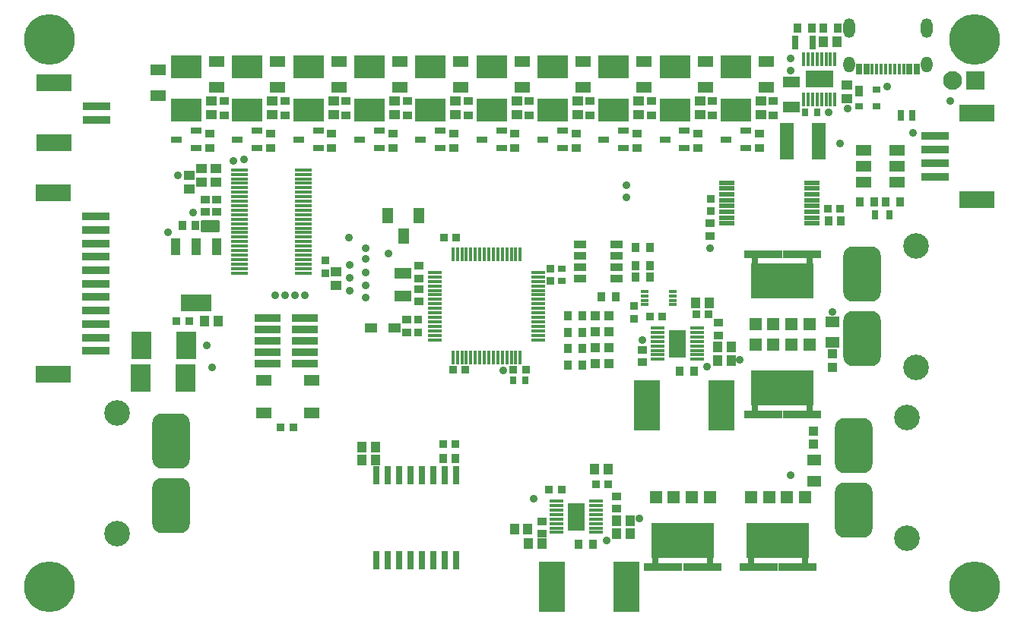
<source format=gts>
G04*
G04 #@! TF.GenerationSoftware,Altium Limited,Altium Designer,25.5.2 (35)*
G04*
G04 Layer_Color=8388736*
%FSLAX44Y44*%
%MOMM*%
G71*
G04*
G04 #@! TF.SameCoordinates,ED351411-2A85-4CB6-B36D-2EDF8201A488*
G04*
G04*
G04 #@! TF.FilePolarity,Negative*
G04*
G01*
G75*
%ADD48R,1.4000X1.0000*%
%ADD70R,0.9000X1.4000*%
%ADD71R,1.1500X1.0000*%
%ADD72R,0.9500X1.1000*%
%ADD73R,0.8500X0.8500*%
%ADD74R,0.9300X1.1400*%
%ADD75R,0.8500X0.8500*%
%ADD76R,2.1700X3.1000*%
%ADD77R,1.9700X1.2200*%
%ADD78R,1.1400X0.9300*%
%ADD79R,0.8000X0.8500*%
%ADD80R,0.8500X0.8000*%
%ADD81R,0.8000X2.1000*%
%ADD82R,3.0500X0.9500*%
%ADD83R,1.1000X1.1000*%
%ADD84R,1.0000X1.1500*%
%ADD85R,1.7500X1.2500*%
%ADD86R,1.1500X1.7500*%
%ADD87R,0.7700X1.6200*%
%ADD88R,2.9400X0.8900*%
%ADD89R,1.9000X0.4000*%
%ADD90R,1.5250X0.4000*%
%ADD91R,1.9030X3.0970*%
%ADD92R,0.4000X1.5250*%
%ADD93R,3.0970X1.9030*%
%ADD94R,0.4000X1.5750*%
%ADD95R,1.5750X0.4000*%
%ADD96R,0.9500X0.4000*%
%ADD97R,1.8000X0.5500*%
%ADD98R,0.7000X1.1500*%
%ADD99R,0.6900X1.0900*%
%ADD100R,1.7500X1.1500*%
%ADD101R,1.6500X4.1500*%
%ADD102R,3.4500X2.6000*%
%ADD103R,1.4200X0.9100*%
%ADD104R,1.5500X1.3000*%
%ADD105R,0.7000X1.2500*%
%ADD106R,0.4000X1.2500*%
%ADD107R,1.4300X1.4500*%
%ADD108R,0.6840X0.8400*%
%ADD109R,4.2000X0.8500*%
%ADD110R,6.9700X4.0000*%
%ADD111R,3.9500X1.9500*%
%ADD112R,2.8500X5.6000*%
%ADD113R,1.1000X1.1000*%
%ADD114R,1.1000X0.9500*%
%ADD115R,1.2000X0.7500*%
G04:AMPARAMS|DCode=116|XSize=1.4mm|YSize=0.7mm|CornerRadius=0.225mm|HoleSize=0mm|Usage=FLASHONLY|Rotation=90.000|XOffset=0mm|YOffset=0mm|HoleType=Round|Shape=RoundedRectangle|*
%AMROUNDEDRECTD116*
21,1,1.4000,0.2500,0,0,90.0*
21,1,0.9500,0.7000,0,0,90.0*
1,1,0.4500,0.1250,0.4750*
1,1,0.4500,0.1250,-0.4750*
1,1,0.4500,-0.1250,-0.4750*
1,1,0.4500,-0.1250,0.4750*
%
%ADD116ROUNDEDRECTD116*%
%ADD117R,1.8200X1.2500*%
%ADD118R,0.8500X0.7500*%
%ADD119R,0.8500X1.1500*%
%ADD120R,1.9500X1.1500*%
%ADD121R,3.3500X1.9000*%
%ADD122R,1.1000X1.9000*%
%ADD123C,0.9000*%
%ADD124R,2.1000X2.1000*%
%ADD125C,2.1000*%
%ADD126O,1.3000X1.8000*%
%ADD127O,1.3000X2.2000*%
%ADD128C,2.8500*%
G04:AMPARAMS|DCode=129|XSize=6.15mm|YSize=4.2mm|CornerRadius=1.0875mm|HoleSize=0mm|Usage=FLASHONLY|Rotation=270.000|XOffset=0mm|YOffset=0mm|HoleType=Round|Shape=RoundedRectangle|*
%AMROUNDEDRECTD129*
21,1,6.1500,2.0250,0,0,270.0*
21,1,3.9750,4.2000,0,0,270.0*
1,1,2.1750,-1.0125,-1.9875*
1,1,2.1750,-1.0125,1.9875*
1,1,2.1750,1.0125,1.9875*
1,1,2.1750,1.0125,-1.9875*
%
%ADD129ROUNDEDRECTD129*%
%ADD130C,5.6500*%
G36*
X220881Y443993D02*
X221009Y443968D01*
X221133Y443926D01*
X221251Y443868D01*
X221360Y443795D01*
X221459Y443709D01*
X221545Y443610D01*
X221618Y443501D01*
X221676Y443383D01*
X221718Y443259D01*
X221744Y443131D01*
X221752Y443000D01*
Y431000D01*
X221744Y430869D01*
X221718Y430741D01*
X221676Y430616D01*
X221618Y430499D01*
X221545Y430390D01*
X221459Y430291D01*
X221360Y430205D01*
X221251Y430132D01*
X221133Y430074D01*
X221009Y430032D01*
X220881Y430006D01*
X220750Y429998D01*
X217750D01*
X217619Y430006D01*
X217491Y430032D01*
X217367Y430074D01*
X217249Y430132D01*
X217140Y430205D01*
X217041Y430291D01*
X211041Y436291D01*
X210955Y436390D01*
X210882Y436499D01*
X210824Y436617D01*
X210782Y436741D01*
X210756Y436869D01*
X210748Y437000D01*
X210756Y437131D01*
X210782Y437259D01*
X210824Y437383D01*
X210882Y437501D01*
X210955Y437610D01*
X211041Y437709D01*
X217041Y443709D01*
X217140Y443795D01*
X217249Y443868D01*
X217367Y443926D01*
X217491Y443968D01*
X217619Y443993D01*
X217750Y444002D01*
X220750D01*
X220881Y443993D01*
D02*
G37*
G36*
X214881D02*
X215009Y443968D01*
X215133Y443926D01*
X215251Y443868D01*
X215360Y443795D01*
X215459Y443709D01*
X215545Y443610D01*
X215618Y443501D01*
X215676Y443383D01*
X215718Y443259D01*
X215744Y443131D01*
X215752Y443000D01*
X215744Y442869D01*
X215718Y442741D01*
X215676Y442617D01*
X215618Y442499D01*
X215545Y442390D01*
X215505Y442344D01*
X215459Y442291D01*
X210167Y437000D01*
X215459Y431709D01*
X215545Y431610D01*
X215618Y431501D01*
X215676Y431384D01*
X215718Y431259D01*
X215744Y431131D01*
X215752Y431000D01*
X215744Y430869D01*
X215718Y430741D01*
X215676Y430616D01*
X215618Y430499D01*
X215545Y430390D01*
X215459Y430291D01*
X215360Y430205D01*
X215251Y430132D01*
X215133Y430074D01*
X215009Y430032D01*
X214881Y430006D01*
X214750Y429998D01*
X206250D01*
X206119Y430006D01*
X205991Y430032D01*
X205867Y430074D01*
X205749Y430132D01*
X205640Y430205D01*
X205541Y430291D01*
X205455Y430390D01*
X205382Y430499D01*
X205324Y430616D01*
X205282Y430741D01*
X205256Y430869D01*
X205248Y431000D01*
Y443000D01*
X205256Y443131D01*
X205282Y443259D01*
X205324Y443383D01*
X205382Y443501D01*
X205455Y443610D01*
X205541Y443709D01*
X205640Y443795D01*
X205749Y443868D01*
X205867Y443926D01*
X205991Y443968D01*
X206119Y443993D01*
X206250Y444002D01*
X214750D01*
X214881Y443993D01*
D02*
G37*
D48*
X392750Y324000D02*
D03*
X418750D02*
D03*
D70*
X214250Y437000D02*
D03*
D71*
X923000Y594500D02*
D03*
Y579500D02*
D03*
X220000Y486500D02*
D03*
Y501500D02*
D03*
X204000Y486500D02*
D03*
Y501500D02*
D03*
X190000Y478500D02*
D03*
Y493500D02*
D03*
X827000Y561500D02*
D03*
Y576500D02*
D03*
X759000Y561500D02*
D03*
Y576500D02*
D03*
X691000Y561500D02*
D03*
Y576500D02*
D03*
X623000Y561500D02*
D03*
Y576500D02*
D03*
X555000Y561500D02*
D03*
Y576500D02*
D03*
X487000Y561500D02*
D03*
Y576500D02*
D03*
X419000Y561500D02*
D03*
Y576500D02*
D03*
X351000D02*
D03*
Y561500D02*
D03*
X283000Y576500D02*
D03*
Y561500D02*
D03*
X215000Y576500D02*
D03*
Y561500D02*
D03*
X354000Y371500D02*
D03*
Y386500D02*
D03*
D72*
X624000Y82000D02*
D03*
X649250Y358250D02*
D03*
X703250Y380000D02*
D03*
Y393250D02*
D03*
Y413500D02*
D03*
X736244Y275175D02*
D03*
X867463Y658517D02*
D03*
X628000Y282000D02*
D03*
X612000D02*
D03*
X628000Y301000D02*
D03*
X612000D02*
D03*
X883463Y658517D02*
D03*
X896421D02*
D03*
X912421D02*
D03*
X752244Y275175D02*
D03*
X937000Y464000D02*
D03*
X953000D02*
D03*
X966000Y464000D02*
D03*
X982000D02*
D03*
X687250Y413500D02*
D03*
Y393250D02*
D03*
Y380000D02*
D03*
X665250Y358250D02*
D03*
X612000Y319000D02*
D03*
X628000D02*
D03*
X612000Y337000D02*
D03*
X628000D02*
D03*
X640000Y82000D02*
D03*
D73*
X341750Y399000D02*
D03*
X592500Y376000D02*
D03*
X686000Y334000D02*
D03*
X445450Y333000D02*
D03*
X771000Y468000D02*
D03*
X686000Y348000D02*
D03*
X592500Y390000D02*
D03*
X771000Y454000D02*
D03*
X445450Y319000D02*
D03*
X341750Y385000D02*
D03*
D74*
X487000Y178000D02*
D03*
X183000Y438000D02*
D03*
X473000Y178000D02*
D03*
X902250Y443000D02*
D03*
X916250D02*
D03*
X197000Y438000D02*
D03*
D75*
X605000Y143000D02*
D03*
X176000Y331000D02*
D03*
X488000Y424000D02*
D03*
X551500Y277000D02*
D03*
X484000D02*
D03*
X487000Y194000D02*
D03*
X717244Y336175D02*
D03*
X292000Y213000D02*
D03*
X473000Y194000D02*
D03*
X498000Y277000D02*
D03*
X474000Y424000D02*
D03*
X565500Y277000D02*
D03*
X901500Y457000D02*
D03*
X915500D02*
D03*
X306000Y213000D02*
D03*
X769000Y339000D02*
D03*
X755000D02*
D03*
X703244Y336175D02*
D03*
X190000Y331000D02*
D03*
X591000Y143000D02*
D03*
X643000Y149000D02*
D03*
X657000D02*
D03*
D76*
X186000Y267750D02*
D03*
X187000Y304000D02*
D03*
X137000D02*
D03*
X136000Y267750D02*
D03*
D77*
X861000Y597800D02*
D03*
Y570200D02*
D03*
D78*
X221000Y467000D02*
D03*
X208000D02*
D03*
X446500Y393000D02*
D03*
Y353000D02*
D03*
X583000Y94000D02*
D03*
X695250Y285250D02*
D03*
X432950Y333000D02*
D03*
X770750Y426250D02*
D03*
Y440250D02*
D03*
X432950Y319000D02*
D03*
X779500Y329250D02*
D03*
Y315250D02*
D03*
X695250Y299250D02*
D03*
X583000Y108000D02*
D03*
X446500Y367000D02*
D03*
Y379000D02*
D03*
X208000Y453000D02*
D03*
X221000D02*
D03*
X666000Y122000D02*
D03*
X666000Y136000D02*
D03*
D79*
X551250Y265000D02*
D03*
X564750D02*
D03*
X889750Y564000D02*
D03*
X876250D02*
D03*
D80*
X605500Y376250D02*
D03*
Y389750D02*
D03*
D81*
X411250Y159250D02*
D03*
X398550D02*
D03*
X423950D02*
D03*
X474750D02*
D03*
X436650D02*
D03*
X449350D02*
D03*
X462050D02*
D03*
X487450D02*
D03*
Y64750D02*
D03*
X474750D02*
D03*
X462050D02*
D03*
X449350D02*
D03*
X436650D02*
D03*
X423950D02*
D03*
X411250D02*
D03*
X398550D02*
D03*
D82*
X87000Y556000D02*
D03*
X1020750Y522500D02*
D03*
Y537500D02*
D03*
Y507500D02*
D03*
Y492500D02*
D03*
X86000Y298000D02*
D03*
Y448000D02*
D03*
Y433000D02*
D03*
Y418000D02*
D03*
Y403000D02*
D03*
Y388000D02*
D03*
Y373000D02*
D03*
Y358000D02*
D03*
Y343000D02*
D03*
Y328000D02*
D03*
Y313000D02*
D03*
X87000Y571000D02*
D03*
D83*
X657500Y337500D02*
D03*
Y319500D02*
D03*
Y301500D02*
D03*
Y283500D02*
D03*
X642500D02*
D03*
Y301500D02*
D03*
Y319500D02*
D03*
Y337500D02*
D03*
D84*
X398000Y191000D02*
D03*
X583000Y83000D02*
D03*
X398000Y176000D02*
D03*
X552500Y99000D02*
D03*
X568000Y83000D02*
D03*
X567500Y99000D02*
D03*
X911500Y643000D02*
D03*
X896500D02*
D03*
X754500Y352000D02*
D03*
X769500D02*
D03*
X778744Y287175D02*
D03*
X793744D02*
D03*
X778744Y302175D02*
D03*
X793744D02*
D03*
X681500Y94000D02*
D03*
X666500D02*
D03*
X681500Y109000D02*
D03*
X666500D02*
D03*
X383000Y191000D02*
D03*
Y176000D02*
D03*
X207500Y331000D02*
D03*
X222500D02*
D03*
X657000Y166000D02*
D03*
X642000D02*
D03*
D85*
X273000Y228500D02*
D03*
Y265500D02*
D03*
X327000Y228500D02*
D03*
Y265500D02*
D03*
D86*
X446500Y448750D02*
D03*
X411500D02*
D03*
X429000Y425750D02*
D03*
D87*
X865000Y641749D02*
D03*
X885000D02*
D03*
D88*
X278000Y309300D02*
D03*
Y322000D02*
D03*
Y334700D02*
D03*
X318700D02*
D03*
Y322000D02*
D03*
Y309300D02*
D03*
X278000Y296600D02*
D03*
X318700D02*
D03*
X278000Y283900D02*
D03*
X318700D02*
D03*
D89*
X246000Y385000D02*
D03*
Y390000D02*
D03*
Y395000D02*
D03*
Y400000D02*
D03*
Y425000D02*
D03*
Y470000D02*
D03*
Y475000D02*
D03*
X317000Y385000D02*
D03*
Y390000D02*
D03*
Y395000D02*
D03*
Y400000D02*
D03*
Y405000D02*
D03*
Y410000D02*
D03*
Y415000D02*
D03*
Y420000D02*
D03*
Y425000D02*
D03*
Y430000D02*
D03*
Y435000D02*
D03*
Y440000D02*
D03*
Y445000D02*
D03*
Y450000D02*
D03*
Y455000D02*
D03*
Y460000D02*
D03*
Y465000D02*
D03*
Y470000D02*
D03*
Y475000D02*
D03*
Y480000D02*
D03*
Y485000D02*
D03*
Y490000D02*
D03*
Y495000D02*
D03*
Y500000D02*
D03*
X246000D02*
D03*
Y495000D02*
D03*
Y490000D02*
D03*
Y485000D02*
D03*
Y480000D02*
D03*
Y465000D02*
D03*
Y460000D02*
D03*
Y455000D02*
D03*
Y450000D02*
D03*
Y445000D02*
D03*
Y440000D02*
D03*
Y435000D02*
D03*
Y430000D02*
D03*
Y420000D02*
D03*
Y415000D02*
D03*
Y410000D02*
D03*
Y405000D02*
D03*
D90*
X711624Y288675D02*
D03*
X599380Y95500D02*
D03*
Y130500D02*
D03*
Y125500D02*
D03*
Y120500D02*
D03*
Y115500D02*
D03*
Y110500D02*
D03*
Y105500D02*
D03*
Y100500D02*
D03*
X643620Y95500D02*
D03*
Y100500D02*
D03*
Y105500D02*
D03*
Y110500D02*
D03*
Y115500D02*
D03*
Y120500D02*
D03*
Y125500D02*
D03*
Y130500D02*
D03*
X755864Y323675D02*
D03*
Y318675D02*
D03*
Y313675D02*
D03*
Y308675D02*
D03*
Y303675D02*
D03*
Y298675D02*
D03*
Y293675D02*
D03*
Y288675D02*
D03*
X711624Y293675D02*
D03*
Y298675D02*
D03*
Y303675D02*
D03*
Y308675D02*
D03*
Y313675D02*
D03*
Y318675D02*
D03*
Y323675D02*
D03*
D91*
X733744Y306175D02*
D03*
X621500Y113000D02*
D03*
D92*
X874500Y623119D02*
D03*
X909500Y578879D02*
D03*
X904500D02*
D03*
X899500D02*
D03*
X894500D02*
D03*
X889500D02*
D03*
X884500D02*
D03*
X879500D02*
D03*
X874500D02*
D03*
X879500Y623119D02*
D03*
X884500D02*
D03*
X889500D02*
D03*
X894500D02*
D03*
X899500D02*
D03*
X904500D02*
D03*
X909500D02*
D03*
D93*
X892000Y600999D02*
D03*
D94*
X489002Y405381D02*
D03*
X554002Y290621D02*
D03*
X489002D02*
D03*
X494002D02*
D03*
X484002Y405381D02*
D03*
X559002Y290621D02*
D03*
X499002Y405381D02*
D03*
X494002D02*
D03*
X484002Y290621D02*
D03*
X499002D02*
D03*
X504002D02*
D03*
X509002D02*
D03*
X514002D02*
D03*
X519002D02*
D03*
X524002D02*
D03*
X529002D02*
D03*
X534002D02*
D03*
X539002D02*
D03*
X544002D02*
D03*
X549002D02*
D03*
X559002Y405381D02*
D03*
X554002D02*
D03*
X549002D02*
D03*
X544002D02*
D03*
X539002D02*
D03*
X534002D02*
D03*
X529002D02*
D03*
X524002D02*
D03*
X519002D02*
D03*
X514002D02*
D03*
X509002D02*
D03*
X504002D02*
D03*
D95*
X578882Y380501D02*
D03*
X464122Y330501D02*
D03*
X578882Y385501D02*
D03*
X464122D02*
D03*
Y380501D02*
D03*
Y375501D02*
D03*
Y370501D02*
D03*
Y365501D02*
D03*
Y360501D02*
D03*
Y355501D02*
D03*
Y350501D02*
D03*
Y345501D02*
D03*
Y340501D02*
D03*
Y335501D02*
D03*
Y325501D02*
D03*
Y320501D02*
D03*
Y315501D02*
D03*
Y310501D02*
D03*
X578882D02*
D03*
Y315501D02*
D03*
Y320501D02*
D03*
Y325501D02*
D03*
Y330501D02*
D03*
Y335501D02*
D03*
Y340501D02*
D03*
Y345501D02*
D03*
Y350501D02*
D03*
Y355501D02*
D03*
Y360501D02*
D03*
Y365501D02*
D03*
Y370501D02*
D03*
Y375501D02*
D03*
D96*
X728750Y349500D02*
D03*
Y354500D02*
D03*
Y364500D02*
D03*
X697250Y349500D02*
D03*
Y354500D02*
D03*
Y359500D02*
D03*
Y364500D02*
D03*
X728750Y359500D02*
D03*
D97*
X788659Y485600D02*
D03*
Y446600D02*
D03*
Y453100D02*
D03*
Y440100D02*
D03*
Y459600D02*
D03*
Y466100D02*
D03*
Y472600D02*
D03*
Y479100D02*
D03*
X884159Y485600D02*
D03*
Y479100D02*
D03*
Y472600D02*
D03*
Y466100D02*
D03*
Y459600D02*
D03*
Y453100D02*
D03*
Y446600D02*
D03*
Y440100D02*
D03*
D98*
X995750Y561000D02*
D03*
X983250D02*
D03*
D99*
X954000Y450000D02*
D03*
X970000D02*
D03*
D100*
X941500Y504000D02*
D03*
X978500D02*
D03*
Y486500D02*
D03*
Y521500D02*
D03*
X941500Y486500D02*
D03*
Y521500D02*
D03*
D101*
X891750Y532000D02*
D03*
X855750D02*
D03*
D102*
X731000Y614500D02*
D03*
Y566500D02*
D03*
X255000Y614500D02*
D03*
Y566500D02*
D03*
X799000D02*
D03*
Y614500D02*
D03*
X663000Y566500D02*
D03*
Y614500D02*
D03*
X595000Y566500D02*
D03*
Y614500D02*
D03*
X527000Y566500D02*
D03*
Y614500D02*
D03*
X459000Y566500D02*
D03*
Y614500D02*
D03*
X391000Y566500D02*
D03*
Y614500D02*
D03*
X323000Y566500D02*
D03*
Y614500D02*
D03*
X187000Y566500D02*
D03*
Y614500D02*
D03*
D103*
X666500Y379000D02*
D03*
Y391700D02*
D03*
Y404400D02*
D03*
Y417100D02*
D03*
X625500Y379000D02*
D03*
Y391700D02*
D03*
Y404400D02*
D03*
Y417100D02*
D03*
D104*
X907000Y330750D02*
D03*
Y307250D02*
D03*
X886000Y152750D02*
D03*
Y176250D02*
D03*
D105*
X1000500Y612000D02*
D03*
X992500D02*
D03*
X944500D02*
D03*
X936500D02*
D03*
D106*
X986000D02*
D03*
X981000D02*
D03*
X976000D02*
D03*
X971000D02*
D03*
X966000D02*
D03*
X961000D02*
D03*
X956000D02*
D03*
X951000D02*
D03*
D107*
X770000Y134450D02*
D03*
X750000D02*
D03*
X730000D02*
D03*
X710000D02*
D03*
X821000Y304950D02*
D03*
X841000D02*
D03*
X861000D02*
D03*
X881000D02*
D03*
X876000Y134450D02*
D03*
X856000D02*
D03*
X836000D02*
D03*
X816000D02*
D03*
X881000Y328000D02*
D03*
X861000D02*
D03*
X841000D02*
D03*
X821000D02*
D03*
D108*
X709720Y63500D02*
D03*
X770280D02*
D03*
X881280Y234000D02*
D03*
X820720D02*
D03*
X815720Y63500D02*
D03*
X876280D02*
D03*
X820720Y398950D02*
D03*
X881280D02*
D03*
D109*
X718250Y56550D02*
D03*
X761750D02*
D03*
X872750Y227050D02*
D03*
X829250D02*
D03*
X824250Y56550D02*
D03*
X867750D02*
D03*
X829250Y405900D02*
D03*
X872750D02*
D03*
D110*
X740000Y86200D02*
D03*
X851000Y256700D02*
D03*
X846000Y86200D02*
D03*
X851000Y376250D02*
D03*
D111*
X1067750Y563500D02*
D03*
Y466500D02*
D03*
X39000Y474000D02*
D03*
Y272000D02*
D03*
X40000Y530000D02*
D03*
Y597000D02*
D03*
D112*
X699744Y237175D02*
D03*
X782744D02*
D03*
X677500Y35000D02*
D03*
X594500D02*
D03*
D113*
X907000Y279750D02*
D03*
Y294750D02*
D03*
X885500Y193750D02*
D03*
Y208750D02*
D03*
D114*
X825000Y524000D02*
D03*
Y540000D02*
D03*
X757000Y524000D02*
D03*
Y540000D02*
D03*
X689000Y524000D02*
D03*
Y540000D02*
D03*
X621000Y524000D02*
D03*
Y540000D02*
D03*
X553000Y524000D02*
D03*
Y540000D02*
D03*
X485000Y524000D02*
D03*
Y540000D02*
D03*
X417000Y524000D02*
D03*
Y540000D02*
D03*
X349000Y524000D02*
D03*
Y540000D02*
D03*
X281000Y524000D02*
D03*
Y540000D02*
D03*
X213000Y524000D02*
D03*
Y540000D02*
D03*
X841000Y561000D02*
D03*
Y577000D02*
D03*
X773000Y561000D02*
D03*
Y577000D02*
D03*
X705000Y561000D02*
D03*
Y577000D02*
D03*
X637000Y561000D02*
D03*
Y577000D02*
D03*
X569000Y561000D02*
D03*
Y577000D02*
D03*
X501000Y561000D02*
D03*
Y577000D02*
D03*
X433000Y561000D02*
D03*
Y577000D02*
D03*
X365000Y561000D02*
D03*
Y577000D02*
D03*
X297000Y561000D02*
D03*
Y577000D02*
D03*
X229000Y561000D02*
D03*
Y577000D02*
D03*
D115*
X788000Y534000D02*
D03*
X810000Y543500D02*
D03*
Y524500D02*
D03*
X720000Y534000D02*
D03*
X742000Y543500D02*
D03*
Y524500D02*
D03*
X652000Y534000D02*
D03*
X674000Y543500D02*
D03*
Y524500D02*
D03*
X584000Y534000D02*
D03*
X606000Y543500D02*
D03*
Y524500D02*
D03*
X516000Y534000D02*
D03*
X538000Y543500D02*
D03*
Y524500D02*
D03*
X448000Y534000D02*
D03*
X470000Y543500D02*
D03*
Y524500D02*
D03*
X380000Y534000D02*
D03*
X402000Y543500D02*
D03*
Y524500D02*
D03*
X312000Y534000D02*
D03*
X334000Y543500D02*
D03*
Y524500D02*
D03*
X244000Y534000D02*
D03*
X266000Y543500D02*
D03*
Y524500D02*
D03*
X176000Y534000D02*
D03*
X198000Y543500D02*
D03*
Y524500D02*
D03*
D116*
X220750Y437000D02*
D03*
X206250D02*
D03*
D117*
X833000Y592050D02*
D03*
Y621250D02*
D03*
X765000Y592050D02*
D03*
Y621250D02*
D03*
X697000Y592050D02*
D03*
Y621250D02*
D03*
X629000Y592050D02*
D03*
Y621250D02*
D03*
X561000Y592050D02*
D03*
Y621250D02*
D03*
X493000Y592050D02*
D03*
Y621250D02*
D03*
X425000Y592050D02*
D03*
Y621250D02*
D03*
X357000Y592050D02*
D03*
Y621250D02*
D03*
X289000Y592050D02*
D03*
Y621250D02*
D03*
X221000Y621250D02*
D03*
Y592050D02*
D03*
X156000Y611600D02*
D03*
Y582400D02*
D03*
D118*
X955986Y589620D02*
D03*
Y570620D02*
D03*
X935986D02*
D03*
D119*
Y587620D02*
D03*
D120*
X428000Y384500D02*
D03*
Y359500D02*
D03*
D121*
X198000Y351500D02*
D03*
D122*
X175000Y414500D02*
D03*
X198000D02*
D03*
X221000D02*
D03*
D123*
X1037500Y577000D02*
D03*
X860250Y611000D02*
D03*
X996250Y541000D02*
D03*
X914750Y529500D02*
D03*
X216000Y280000D02*
D03*
X770500Y412500D02*
D03*
X677000Y482500D02*
D03*
Y469500D02*
D03*
X923500Y568750D02*
D03*
X210000Y304000D02*
D03*
X251500Y511500D02*
D03*
X239250Y510250D02*
D03*
X386750Y412250D02*
D03*
Y400750D02*
D03*
X368750Y394000D02*
D03*
X386750Y385750D02*
D03*
X368750Y379750D02*
D03*
X386750Y371500D02*
D03*
X368750Y364750D02*
D03*
X386750Y357250D02*
D03*
X412000Y407000D02*
D03*
X368000Y424000D02*
D03*
X695000Y310000D02*
D03*
X967500Y592500D02*
D03*
X860250Y624500D02*
D03*
X167000Y430500D02*
D03*
X195000Y452000D02*
D03*
X178000Y494000D02*
D03*
X540000Y276000D02*
D03*
X860000Y159000D02*
D03*
X907000Y341250D02*
D03*
X691750Y111000D02*
D03*
X803000Y288000D02*
D03*
X574000Y132750D02*
D03*
X902750Y564500D02*
D03*
X297000Y360000D02*
D03*
X286000D02*
D03*
X308000D02*
D03*
X319000D02*
D03*
X655000Y87000D02*
D03*
X767244Y280175D02*
D03*
D124*
X1065750Y600000D02*
D03*
D125*
X1040350D02*
D03*
D126*
X1011700Y617750D02*
D03*
X925300D02*
D03*
D127*
X1011700Y657750D02*
D03*
X925300D02*
D03*
D128*
X990000Y224000D02*
D03*
Y89000D02*
D03*
X1000000Y280000D02*
D03*
Y415000D02*
D03*
X110000Y229000D02*
D03*
Y94000D02*
D03*
D129*
X930000Y120500D02*
D03*
Y192500D02*
D03*
X940000Y311500D02*
D03*
Y383500D02*
D03*
X170000Y125500D02*
D03*
Y197500D02*
D03*
D130*
X35000Y645000D02*
D03*
Y35000D02*
D03*
X1065000Y645000D02*
D03*
Y35000D02*
D03*
M02*

</source>
